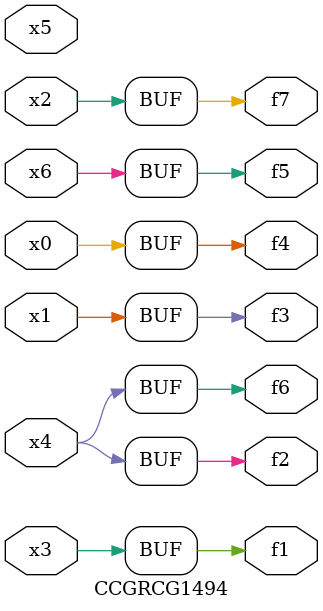
<source format=v>
module CCGRCG1494(
	input x0, x1, x2, x3, x4, x5, x6,
	output f1, f2, f3, f4, f5, f6, f7
);
	assign f1 = x3;
	assign f2 = x4;
	assign f3 = x1;
	assign f4 = x0;
	assign f5 = x6;
	assign f6 = x4;
	assign f7 = x2;
endmodule

</source>
